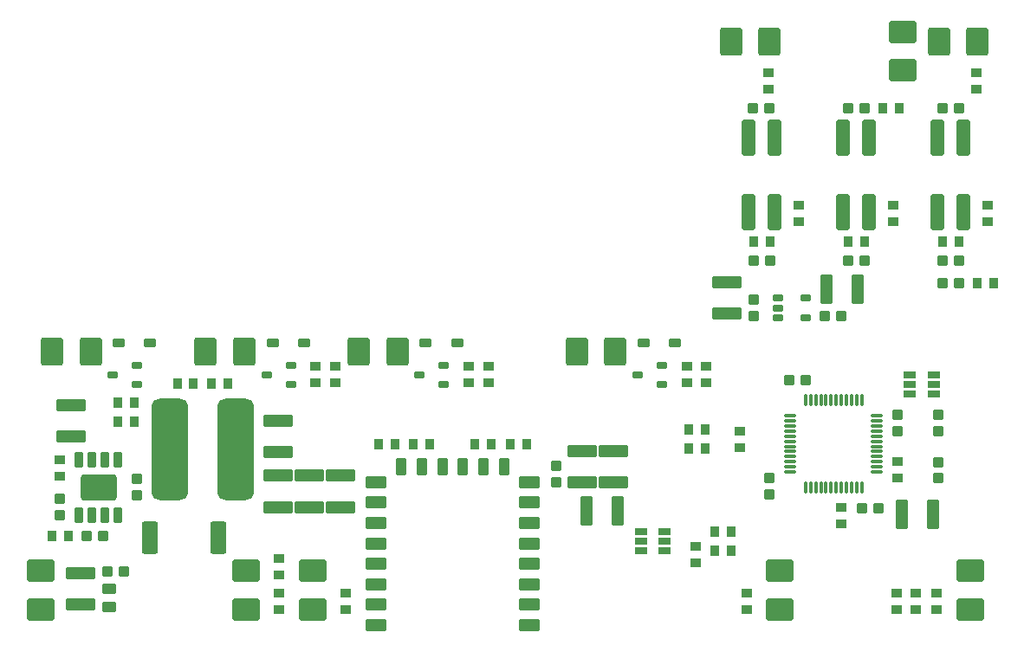
<source format=gtp>
G04*
G04 #@! TF.GenerationSoftware,Altium Limited,Altium Designer,22.10.1 (41)*
G04*
G04 Layer_Color=8421504*
%FSLAX43Y43*%
%MOMM*%
G71*
G04*
G04 #@! TF.SameCoordinates,12196C2A-3433-47B0-B4A9-8DE0C645B0E6*
G04*
G04*
G04 #@! TF.FilePolarity,Positive*
G04*
G01*
G75*
G04:AMPARAMS|DCode=17|XSize=2.8mm|YSize=1.25mm|CornerRadius=0.156mm|HoleSize=0mm|Usage=FLASHONLY|Rotation=0.000|XOffset=0mm|YOffset=0mm|HoleType=Round|Shape=RoundedRectangle|*
%AMROUNDEDRECTD17*
21,1,2.800,0.938,0,0,0.0*
21,1,2.487,1.250,0,0,0.0*
1,1,0.313,1.244,-0.469*
1,1,0.313,-1.244,-0.469*
1,1,0.313,-1.244,0.469*
1,1,0.313,1.244,0.469*
%
%ADD17ROUNDEDRECTD17*%
G04:AMPARAMS|DCode=18|XSize=1.1mm|YSize=1.7mm|CornerRadius=0.138mm|HoleSize=0mm|Usage=FLASHONLY|Rotation=180.000|XOffset=0mm|YOffset=0mm|HoleType=Round|Shape=RoundedRectangle|*
%AMROUNDEDRECTD18*
21,1,1.100,1.425,0,0,180.0*
21,1,0.825,1.700,0,0,180.0*
1,1,0.275,-0.413,0.713*
1,1,0.275,0.413,0.713*
1,1,0.275,0.413,-0.713*
1,1,0.275,-0.413,-0.713*
%
%ADD18ROUNDEDRECTD18*%
G04:AMPARAMS|DCode=19|XSize=2mm|YSize=1.2mm|CornerRadius=0.15mm|HoleSize=0mm|Usage=FLASHONLY|Rotation=180.000|XOffset=0mm|YOffset=0mm|HoleType=Round|Shape=RoundedRectangle|*
%AMROUNDEDRECTD19*
21,1,2.000,0.900,0,0,180.0*
21,1,1.700,1.200,0,0,180.0*
1,1,0.300,-0.850,0.450*
1,1,0.300,0.850,0.450*
1,1,0.300,0.850,-0.450*
1,1,0.300,-0.850,-0.450*
%
%ADD19ROUNDEDRECTD19*%
G04:AMPARAMS|DCode=20|XSize=0.3mm|YSize=1.2mm|CornerRadius=0.075mm|HoleSize=0mm|Usage=FLASHONLY|Rotation=270.000|XOffset=0mm|YOffset=0mm|HoleType=Round|Shape=RoundedRectangle|*
%AMROUNDEDRECTD20*
21,1,0.300,1.050,0,0,270.0*
21,1,0.150,1.200,0,0,270.0*
1,1,0.150,-0.525,-0.075*
1,1,0.150,-0.525,0.075*
1,1,0.150,0.525,0.075*
1,1,0.150,0.525,-0.075*
%
%ADD20ROUNDEDRECTD20*%
G04:AMPARAMS|DCode=21|XSize=0.3mm|YSize=1.2mm|CornerRadius=0.075mm|HoleSize=0mm|Usage=FLASHONLY|Rotation=180.000|XOffset=0mm|YOffset=0mm|HoleType=Round|Shape=RoundedRectangle|*
%AMROUNDEDRECTD21*
21,1,0.300,1.050,0,0,180.0*
21,1,0.150,1.200,0,0,180.0*
1,1,0.150,-0.075,0.525*
1,1,0.150,0.075,0.525*
1,1,0.150,0.075,-0.525*
1,1,0.150,-0.075,-0.525*
%
%ADD21ROUNDEDRECTD21*%
G04:AMPARAMS|DCode=22|XSize=0.92mm|YSize=1.08mm|CornerRadius=0.115mm|HoleSize=0mm|Usage=FLASHONLY|Rotation=180.000|XOffset=0mm|YOffset=0mm|HoleType=Round|Shape=RoundedRectangle|*
%AMROUNDEDRECTD22*
21,1,0.920,0.850,0,0,180.0*
21,1,0.690,1.080,0,0,180.0*
1,1,0.230,-0.345,0.425*
1,1,0.230,0.345,0.425*
1,1,0.230,0.345,-0.425*
1,1,0.230,-0.345,-0.425*
%
%ADD22ROUNDEDRECTD22*%
G04:AMPARAMS|DCode=23|XSize=0.63mm|YSize=1.24mm|CornerRadius=0.079mm|HoleSize=0mm|Usage=FLASHONLY|Rotation=270.000|XOffset=0mm|YOffset=0mm|HoleType=Round|Shape=RoundedRectangle|*
%AMROUNDEDRECTD23*
21,1,0.630,1.083,0,0,270.0*
21,1,0.472,1.240,0,0,270.0*
1,1,0.158,-0.541,-0.236*
1,1,0.158,-0.541,0.236*
1,1,0.158,0.541,0.236*
1,1,0.158,0.541,-0.236*
%
%ADD23ROUNDEDRECTD23*%
G04:AMPARAMS|DCode=24|XSize=0.94mm|YSize=1.03mm|CornerRadius=0.118mm|HoleSize=0mm|Usage=FLASHONLY|Rotation=180.000|XOffset=0mm|YOffset=0mm|HoleType=Round|Shape=RoundedRectangle|*
%AMROUNDEDRECTD24*
21,1,0.940,0.795,0,0,180.0*
21,1,0.705,1.030,0,0,180.0*
1,1,0.235,-0.353,0.398*
1,1,0.235,0.353,0.398*
1,1,0.235,0.353,-0.398*
1,1,0.235,-0.353,-0.398*
%
%ADD24ROUNDEDRECTD24*%
G04:AMPARAMS|DCode=25|XSize=0.6mm|YSize=1mm|CornerRadius=0.075mm|HoleSize=0mm|Usage=FLASHONLY|Rotation=270.000|XOffset=0mm|YOffset=0mm|HoleType=Round|Shape=RoundedRectangle|*
%AMROUNDEDRECTD25*
21,1,0.600,0.850,0,0,270.0*
21,1,0.450,1.000,0,0,270.0*
1,1,0.150,-0.425,-0.225*
1,1,0.150,-0.425,0.225*
1,1,0.150,0.425,0.225*
1,1,0.150,0.425,-0.225*
%
%ADD25ROUNDEDRECTD25*%
G04:AMPARAMS|DCode=26|XSize=0.92mm|YSize=1.08mm|CornerRadius=0.115mm|HoleSize=0mm|Usage=FLASHONLY|Rotation=90.000|XOffset=0mm|YOffset=0mm|HoleType=Round|Shape=RoundedRectangle|*
%AMROUNDEDRECTD26*
21,1,0.920,0.850,0,0,90.0*
21,1,0.690,1.080,0,0,90.0*
1,1,0.230,0.425,0.345*
1,1,0.230,0.425,-0.345*
1,1,0.230,-0.425,-0.345*
1,1,0.230,-0.425,0.345*
%
%ADD26ROUNDEDRECTD26*%
G04:AMPARAMS|DCode=27|XSize=2.8mm|YSize=1.25mm|CornerRadius=0.156mm|HoleSize=0mm|Usage=FLASHONLY|Rotation=270.000|XOffset=0mm|YOffset=0mm|HoleType=Round|Shape=RoundedRectangle|*
%AMROUNDEDRECTD27*
21,1,2.800,0.938,0,0,270.0*
21,1,2.487,1.250,0,0,270.0*
1,1,0.313,-0.469,-1.244*
1,1,0.313,-0.469,1.244*
1,1,0.313,0.469,1.244*
1,1,0.313,0.469,-1.244*
%
%ADD27ROUNDEDRECTD27*%
G04:AMPARAMS|DCode=28|XSize=0.94mm|YSize=1.03mm|CornerRadius=0.118mm|HoleSize=0mm|Usage=FLASHONLY|Rotation=90.000|XOffset=0mm|YOffset=0mm|HoleType=Round|Shape=RoundedRectangle|*
%AMROUNDEDRECTD28*
21,1,0.940,0.795,0,0,90.0*
21,1,0.705,1.030,0,0,90.0*
1,1,0.235,0.398,0.353*
1,1,0.235,0.398,-0.353*
1,1,0.235,-0.398,-0.353*
1,1,0.235,-0.398,0.353*
%
%ADD28ROUNDEDRECTD28*%
G04:AMPARAMS|DCode=29|XSize=0.87mm|YSize=1.2mm|CornerRadius=0.217mm|HoleSize=0mm|Usage=FLASHONLY|Rotation=270.000|XOffset=0mm|YOffset=0mm|HoleType=Round|Shape=RoundedRectangle|*
%AMROUNDEDRECTD29*
21,1,0.870,0.765,0,0,270.0*
21,1,0.435,1.200,0,0,270.0*
1,1,0.435,-0.383,-0.217*
1,1,0.435,-0.383,0.217*
1,1,0.435,0.383,0.217*
1,1,0.435,0.383,-0.217*
%
%ADD29ROUNDEDRECTD29*%
G04:AMPARAMS|DCode=30|XSize=0.6mm|YSize=1.05mm|CornerRadius=0.075mm|HoleSize=0mm|Usage=FLASHONLY|Rotation=90.000|XOffset=0mm|YOffset=0mm|HoleType=Round|Shape=RoundedRectangle|*
%AMROUNDEDRECTD30*
21,1,0.600,0.900,0,0,90.0*
21,1,0.450,1.050,0,0,90.0*
1,1,0.150,0.450,0.225*
1,1,0.150,0.450,-0.225*
1,1,0.150,-0.450,-0.225*
1,1,0.150,-0.450,0.225*
%
%ADD30ROUNDEDRECTD30*%
G04:AMPARAMS|DCode=31|XSize=2.743mm|YSize=2.159mm|CornerRadius=0.27mm|HoleSize=0mm|Usage=FLASHONLY|Rotation=180.000|XOffset=0mm|YOffset=0mm|HoleType=Round|Shape=RoundedRectangle|*
%AMROUNDEDRECTD31*
21,1,2.743,1.619,0,0,180.0*
21,1,2.203,2.159,0,0,180.0*
1,1,0.540,-1.102,0.810*
1,1,0.540,1.102,0.810*
1,1,0.540,1.102,-0.810*
1,1,0.540,-1.102,-0.810*
%
%ADD31ROUNDEDRECTD31*%
G04:AMPARAMS|DCode=32|XSize=10mm|YSize=3.6mm|CornerRadius=0.9mm|HoleSize=0mm|Usage=FLASHONLY|Rotation=90.000|XOffset=0mm|YOffset=0mm|HoleType=Round|Shape=RoundedRectangle|*
%AMROUNDEDRECTD32*
21,1,10.000,1.800,0,0,90.0*
21,1,8.200,3.600,0,0,90.0*
1,1,1.800,0.900,4.100*
1,1,1.800,0.900,-4.100*
1,1,1.800,-0.900,-4.100*
1,1,1.800,-0.900,4.100*
%
%ADD32ROUNDEDRECTD32*%
G04:AMPARAMS|DCode=33|XSize=3.14mm|YSize=1.54mm|CornerRadius=0.193mm|HoleSize=0mm|Usage=FLASHONLY|Rotation=90.000|XOffset=0mm|YOffset=0mm|HoleType=Round|Shape=RoundedRectangle|*
%AMROUNDEDRECTD33*
21,1,3.140,1.155,0,0,90.0*
21,1,2.755,1.540,0,0,90.0*
1,1,0.385,0.578,1.378*
1,1,0.385,0.578,-1.378*
1,1,0.385,-0.578,-1.378*
1,1,0.385,-0.578,1.378*
%
%ADD33ROUNDEDRECTD33*%
G04:AMPARAMS|DCode=34|XSize=0.802mm|YSize=1.505mm|CornerRadius=0.1mm|HoleSize=0mm|Usage=FLASHONLY|Rotation=0.000|XOffset=0mm|YOffset=0mm|HoleType=Round|Shape=RoundedRectangle|*
%AMROUNDEDRECTD34*
21,1,0.802,1.305,0,0,0.0*
21,1,0.602,1.505,0,0,0.0*
1,1,0.201,0.301,-0.652*
1,1,0.201,-0.301,-0.652*
1,1,0.201,-0.301,0.652*
1,1,0.201,0.301,0.652*
%
%ADD34ROUNDEDRECTD34*%
G04:AMPARAMS|DCode=35|XSize=2.613mm|YSize=3.502mm|CornerRadius=0.327mm|HoleSize=0mm|Usage=FLASHONLY|Rotation=270.000|XOffset=0mm|YOffset=0mm|HoleType=Round|Shape=RoundedRectangle|*
%AMROUNDEDRECTD35*
21,1,2.613,2.849,0,0,270.0*
21,1,1.960,3.502,0,0,270.0*
1,1,0.653,-1.424,-0.980*
1,1,0.653,-1.424,0.980*
1,1,0.653,1.424,0.980*
1,1,0.653,1.424,-0.980*
%
%ADD35ROUNDEDRECTD35*%
G04:AMPARAMS|DCode=36|XSize=1mm|YSize=1.4mm|CornerRadius=0.125mm|HoleSize=0mm|Usage=FLASHONLY|Rotation=270.000|XOffset=0mm|YOffset=0mm|HoleType=Round|Shape=RoundedRectangle|*
%AMROUNDEDRECTD36*
21,1,1.000,1.150,0,0,270.0*
21,1,0.750,1.400,0,0,270.0*
1,1,0.250,-0.575,-0.375*
1,1,0.250,-0.575,0.375*
1,1,0.250,0.575,0.375*
1,1,0.250,0.575,-0.375*
%
%ADD36ROUNDEDRECTD36*%
G04:AMPARAMS|DCode=37|XSize=1.3mm|YSize=3.5mm|CornerRadius=0.163mm|HoleSize=0mm|Usage=FLASHONLY|Rotation=0.000|XOffset=0mm|YOffset=0mm|HoleType=Round|Shape=RoundedRectangle|*
%AMROUNDEDRECTD37*
21,1,1.300,3.175,0,0,0.0*
21,1,0.975,3.500,0,0,0.0*
1,1,0.325,0.488,-1.588*
1,1,0.325,-0.488,-1.588*
1,1,0.325,-0.488,1.588*
1,1,0.325,0.488,1.588*
%
%ADD37ROUNDEDRECTD37*%
G04:AMPARAMS|DCode=38|XSize=2.743mm|YSize=2.159mm|CornerRadius=0.27mm|HoleSize=0mm|Usage=FLASHONLY|Rotation=270.000|XOffset=0mm|YOffset=0mm|HoleType=Round|Shape=RoundedRectangle|*
%AMROUNDEDRECTD38*
21,1,2.743,1.619,0,0,270.0*
21,1,2.203,2.159,0,0,270.0*
1,1,0.540,-0.810,-1.102*
1,1,0.540,-0.810,1.102*
1,1,0.540,0.810,1.102*
1,1,0.540,0.810,-1.102*
%
%ADD38ROUNDEDRECTD38*%
D17*
X-22773Y-9875D02*
D03*
Y-12925D02*
D03*
Y-15272D02*
D03*
Y-18322D02*
D03*
X21100Y575D02*
D03*
Y3625D02*
D03*
X10011Y-12872D02*
D03*
Y-15922D02*
D03*
X6927Y-12872D02*
D03*
Y-15922D02*
D03*
X-19699Y-18322D02*
D03*
Y-15272D02*
D03*
X-16624Y-18322D02*
D03*
Y-15272D02*
D03*
X-42987Y-8408D02*
D03*
Y-11458D02*
D03*
X-42098Y-24793D02*
D03*
Y-27843D02*
D03*
D18*
X-10692Y-14387D02*
D03*
X-8692D02*
D03*
X-6692D02*
D03*
X-4692D02*
D03*
X-2692D02*
D03*
X-692D02*
D03*
D19*
X-13192Y-29887D02*
D03*
Y-27887D02*
D03*
Y-25887D02*
D03*
Y-23887D02*
D03*
Y-21887D02*
D03*
Y-19887D02*
D03*
Y-17887D02*
D03*
Y-15887D02*
D03*
X1808D02*
D03*
Y-17887D02*
D03*
Y-19887D02*
D03*
Y-21887D02*
D03*
Y-23887D02*
D03*
Y-25887D02*
D03*
Y-27887D02*
D03*
Y-29887D02*
D03*
D20*
X35791Y-14897D02*
D03*
Y-14397D02*
D03*
Y-13897D02*
D03*
Y-13397D02*
D03*
Y-12897D02*
D03*
Y-12397D02*
D03*
Y-11897D02*
D03*
Y-11397D02*
D03*
Y-10897D02*
D03*
Y-10397D02*
D03*
Y-9897D02*
D03*
Y-9397D02*
D03*
X27291D02*
D03*
Y-9897D02*
D03*
Y-10397D02*
D03*
Y-10897D02*
D03*
Y-11397D02*
D03*
Y-11897D02*
D03*
Y-12397D02*
D03*
Y-12897D02*
D03*
Y-13397D02*
D03*
Y-13897D02*
D03*
Y-14397D02*
D03*
Y-14897D02*
D03*
D21*
X34291Y-7897D02*
D03*
X33791D02*
D03*
X33291D02*
D03*
X32791D02*
D03*
X32291D02*
D03*
X31791D02*
D03*
X31291D02*
D03*
X30791D02*
D03*
X30291D02*
D03*
X29791D02*
D03*
X29291D02*
D03*
X28791D02*
D03*
Y-16397D02*
D03*
X29291D02*
D03*
X29791D02*
D03*
X30291D02*
D03*
X30791D02*
D03*
X31291D02*
D03*
X31791D02*
D03*
X32291D02*
D03*
X32791D02*
D03*
X33291D02*
D03*
X33791D02*
D03*
X34291D02*
D03*
D22*
X21498Y-20737D02*
D03*
X19898D02*
D03*
Y-22577D02*
D03*
X21498D02*
D03*
X18950Y-12600D02*
D03*
X17350D02*
D03*
X43802Y7644D02*
D03*
X42202D02*
D03*
X47149Y3600D02*
D03*
X45549D02*
D03*
X17350Y-10761D02*
D03*
X18950D02*
D03*
X-3499Y-12197D02*
D03*
X-1899D02*
D03*
X-9511D02*
D03*
X-7911D02*
D03*
X-12903D02*
D03*
X-11303D02*
D03*
X-65D02*
D03*
X1535D02*
D03*
X-44860Y-21147D02*
D03*
X-43260D02*
D03*
X-29248Y-6263D02*
D03*
X-27648D02*
D03*
X-32614D02*
D03*
X-31014D02*
D03*
X36353Y20666D02*
D03*
X37953D02*
D03*
X25302Y7644D02*
D03*
X23702D02*
D03*
X34588D02*
D03*
X32988D02*
D03*
X-38425Y-10008D02*
D03*
X-36825D02*
D03*
X-38425Y-8100D02*
D03*
X-36825D02*
D03*
D23*
X12703Y-21660D02*
D03*
X15003Y-22610D02*
D03*
Y-21660D02*
D03*
Y-20710D02*
D03*
X12703D02*
D03*
Y-22610D02*
D03*
X38999Y-5377D02*
D03*
X41299Y-7277D02*
D03*
Y-5377D02*
D03*
X38999Y-7277D02*
D03*
Y-6327D02*
D03*
X41299D02*
D03*
D24*
X42173Y3600D02*
D03*
X43773D02*
D03*
X35878Y-18405D02*
D03*
X34278D02*
D03*
X27204Y-5889D02*
D03*
X28804D02*
D03*
X30650Y375D02*
D03*
X32250D02*
D03*
X-41452Y-21143D02*
D03*
X-39852D02*
D03*
X-39468Y-24593D02*
D03*
X-37868D02*
D03*
X34527Y20666D02*
D03*
X32927D02*
D03*
X32984Y5734D02*
D03*
X34584D02*
D03*
X42198D02*
D03*
X43798D02*
D03*
X43752Y20666D02*
D03*
X42152D02*
D03*
X25298Y5734D02*
D03*
X23698D02*
D03*
X23652Y20666D02*
D03*
X25252D02*
D03*
D25*
X-36551Y-6353D02*
D03*
Y-4453D02*
D03*
X-38951Y-5403D02*
D03*
X12351Y-5403D02*
D03*
X14751Y-4453D02*
D03*
Y-6353D02*
D03*
X-21451Y-6353D02*
D03*
Y-4453D02*
D03*
X-23851Y-5403D02*
D03*
X-6551Y-6353D02*
D03*
Y-4453D02*
D03*
X-8951Y-5403D02*
D03*
D26*
X22379Y-10890D02*
D03*
Y-12490D02*
D03*
X37774Y-15500D02*
D03*
Y-13900D02*
D03*
X32300Y-19980D02*
D03*
Y-18380D02*
D03*
X18095Y-23797D02*
D03*
Y-22197D02*
D03*
X-19100Y-4603D02*
D03*
Y-6203D02*
D03*
X-4100Y-4600D02*
D03*
Y-6200D02*
D03*
X39600Y-26737D02*
D03*
Y-28337D02*
D03*
X37661Y-26737D02*
D03*
Y-28337D02*
D03*
X-44085Y-15292D02*
D03*
Y-13692D02*
D03*
X23050Y-28377D02*
D03*
Y-26777D02*
D03*
X41550Y-28337D02*
D03*
Y-26737D02*
D03*
X-22636Y-23363D02*
D03*
Y-24963D02*
D03*
X-16156Y-28377D02*
D03*
Y-26777D02*
D03*
X-22636Y-26777D02*
D03*
Y-28377D02*
D03*
X37378Y11175D02*
D03*
Y9575D02*
D03*
X-2200Y-4600D02*
D03*
Y-6200D02*
D03*
X17200Y-6200D02*
D03*
Y-4600D02*
D03*
X25202Y22549D02*
D03*
Y24149D02*
D03*
X45502Y22549D02*
D03*
Y24149D02*
D03*
X46592Y11175D02*
D03*
Y9575D02*
D03*
X19100Y-6200D02*
D03*
Y-4600D02*
D03*
X-17200Y-6200D02*
D03*
Y-4600D02*
D03*
X28092Y9575D02*
D03*
Y11175D02*
D03*
D27*
X38225Y-19006D02*
D03*
X41275D02*
D03*
X7362Y-18700D02*
D03*
X10412D02*
D03*
X33925Y3000D02*
D03*
X30875D02*
D03*
D28*
X37799Y-9310D02*
D03*
Y-10910D02*
D03*
X41734Y-9310D02*
D03*
Y-10910D02*
D03*
Y-15525D02*
D03*
Y-13925D02*
D03*
X25283Y-17084D02*
D03*
Y-15484D02*
D03*
X4450Y-15900D02*
D03*
Y-14300D02*
D03*
X23723Y350D02*
D03*
Y1950D02*
D03*
X-44060Y-17524D02*
D03*
Y-19124D02*
D03*
X-36572Y-15608D02*
D03*
Y-17208D02*
D03*
D29*
X12951Y-2309D02*
D03*
X16051D02*
D03*
X-38356Y-2309D02*
D03*
X-35256D02*
D03*
X-20176D02*
D03*
X-23276D02*
D03*
X-5256D02*
D03*
X-8356D02*
D03*
D30*
X26057Y2096D02*
D03*
Y1146D02*
D03*
Y196D02*
D03*
X28807D02*
D03*
Y2096D02*
D03*
D31*
X-45957Y-24581D02*
D03*
Y-28341D02*
D03*
X-25866Y-24581D02*
D03*
Y-28341D02*
D03*
X26251Y-24581D02*
D03*
Y-28341D02*
D03*
X44851Y-24581D02*
D03*
Y-28341D02*
D03*
X-19387Y-24581D02*
D03*
Y-28341D02*
D03*
X38264Y24370D02*
D03*
Y28130D02*
D03*
D32*
X-26914Y-12683D02*
D03*
X-33314D02*
D03*
D33*
X-35274Y-21363D02*
D03*
X-28624D02*
D03*
D34*
X-38411Y-13670D02*
D03*
X-39681D02*
D03*
X-40951D02*
D03*
X-42221D02*
D03*
X-38411Y-19120D02*
D03*
X-39681D02*
D03*
X-40951D02*
D03*
X-42221D02*
D03*
D35*
X-40316Y-16395D02*
D03*
D36*
X-39293Y-26343D02*
D03*
Y-28093D02*
D03*
D37*
X23207Y10551D02*
D03*
X25747D02*
D03*
X23207Y17776D02*
D03*
X25747D02*
D03*
X44247D02*
D03*
X41707D02*
D03*
X44247Y10551D02*
D03*
X41707D02*
D03*
X32457D02*
D03*
X34997D02*
D03*
X32457Y17776D02*
D03*
X34997D02*
D03*
D38*
X25279Y27226D02*
D03*
X21519D02*
D03*
X45579D02*
D03*
X41819D02*
D03*
X6456Y-3109D02*
D03*
X10216D02*
D03*
X-44845Y-3109D02*
D03*
X-41085D02*
D03*
X-26085D02*
D03*
X-29845D02*
D03*
X-11085D02*
D03*
X-14845D02*
D03*
M02*

</source>
